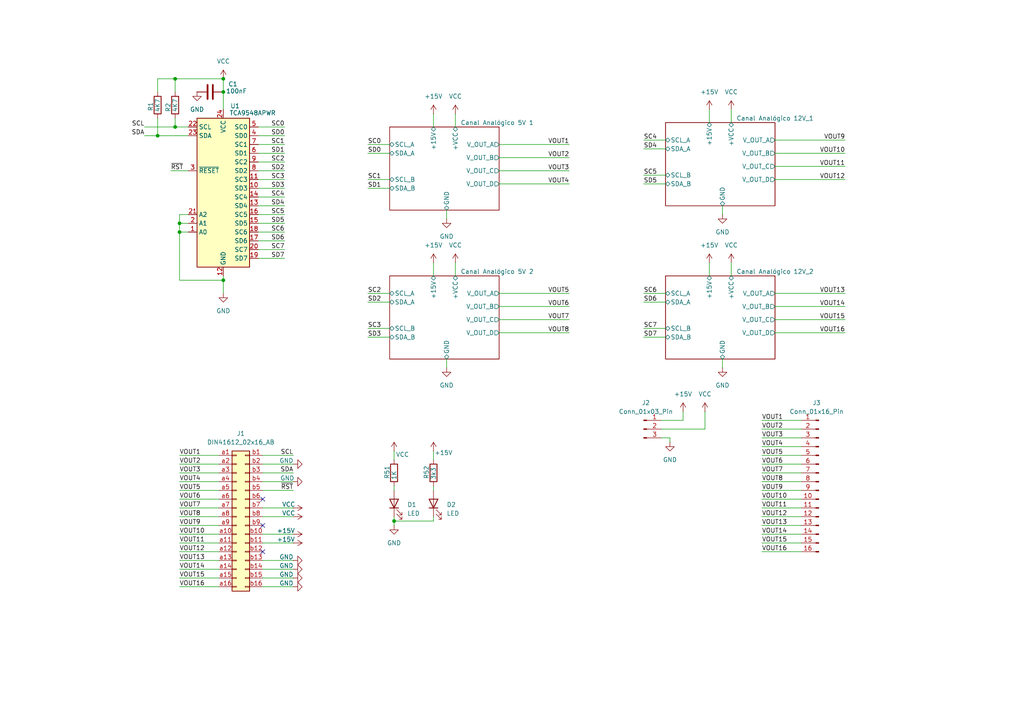
<source format=kicad_sch>
(kicad_sch (version 20250114) (generator "eeschema") (generator_version "9.0")
  (paper "A4")
  (lib_symbols
    (symbol "Connector:Conn_01x03_Pin" (pin_names (offset 1.016) (hide yes))
      (property "Reference" "J" (at 0 5.08 0))
      (property "Value" "Conn_01x03_Pin" (at 0 -5.08 0))
      (symbol "Conn_01x03_Pin_1_1"
        (rectangle (start 0.8636 2.667) (end 0 2.413) (stroke (width 0.1524)) (fill (type outline)))
        (rectangle (start 0.8636 0.127) (end 0 -0.127) (stroke (width 0.1524)) (fill (type outline)))
        (rectangle (start 0.8636 -2.413) (end 0 -2.667) (stroke (width 0.1524)) (fill (type outline)))
        (polyline (pts (xy 1.27 2.54) (xy 0.8636 2.54)) (stroke (width 0.1524)))
        (polyline (pts (xy 1.27 0) (xy 0.8636 0)) (stroke (width 0.1524)))
        (polyline (pts (xy 1.27 -2.54) (xy 0.8636 -2.54)) (stroke (width 0.1524)))
        (pin passive line (at 5.08 2.54 180) (length 3.81) (name "Pin_1") (number "1"))
        (pin passive line (at 5.08 0 180) (length 3.81) (name "Pin_2") (number "2"))
        (pin passive line (at 5.08 -2.54 180) (length 3.81) (name "Pin_3") (number "3"))
      )
    )
    (symbol "Connector:Conn_01x16_Pin" (pin_names (offset 1.016) (hide yes))
      (property "Reference" "J" (at 0 20.32 0))
      (property "Value" "Conn_01x16_Pin" (at 0 -22.86 0))
      (symbol "Conn_01x16_Pin_1_1"
        (rectangle (start 0.8636 17.907) (end 0 17.653) (stroke (width 0.1524)) (fill (type outline)))
        (rectangle (start 0.8636 15.367) (end 0 15.113) (stroke (width 0.1524)) (fill (type outline)))
        (rectangle (start 0.8636 12.827) (end 0 12.573) (stroke (width 0.1524)) (fill (type outline)))
        (rectangle (start 0.8636 10.287) (end 0 10.033) (stroke (width 0.1524)) (fill (type outline)))
        (rectangle (start 0.8636 7.747) (end 0 7.493) (stroke (width 0.1524)) (fill (type outline)))
        (rectangle (start 0.8636 5.207) (end 0 4.953) (stroke (width 0.1524)) (fill (type outline)))
        (rectangle (start 0.8636 2.667) (end 0 2.413) (stroke (width 0.1524)) (fill (type outline)))
        (rectangle (start 0.8636 0.127) (end 0 -0.127) (stroke (width 0.1524)) (fill (type outline)))
        (rectangle (start 0.8636 -2.413) (end 0 -2.667) (stroke (width 0.1524)) (fill (type outline)))
        (rectangle (start 0.8636 -4.953) (end 0 -5.207) (stroke (width 0.1524)) (fill (type outline)))
        (rectangle (start 0.8636 -7.493) (end 0 -7.747) (stroke (width 0.1524)) (fill (type outline)))
        (rectangle (start 0.8636 -10.033) (end 0 -10.287) (stroke (width 0.1524)) (fill (type outline)))
        (rectangle (start 0.8636 -12.573) (end 0 -12.827) (stroke (width 0.1524)) (fill (type outline)))
        (rectangle (start 0.8636 -15.113) (end 0 -15.367) (stroke (width 0.1524)) (fill (type outline)))
        (rectangle (start 0.8636 -17.653) (end 0 -17.907) (stroke (width 0.1524)) (fill (type outline)))
        (rectangle (start 0.8636 -20.193) (end 0 -20.447) (stroke (width 0.1524)) (fill (type outline)))
        (polyline (pts (xy 1.27 17.78) (xy 0.8636 17.78)) (stroke (width 0.1524)))
        (polyline (pts (xy 1.27 15.24) (xy 0.8636 15.24)) (stroke (width 0.1524)))
        (polyline (pts (xy 1.27 12.7) (xy 0.8636 12.7)) (stroke (width 0.1524)))
        (polyline (pts (xy 1.27 10.16) (xy 0.8636 10.16)) (stroke (width 0.1524)))
        (polyline (pts (xy 1.27 7.62) (xy 0.8636 7.62)) (stroke (width 0.1524)))
        (polyline (pts (xy 1.27 5.08) (xy 0.8636 5.08)) (stroke (width 0.1524)))
        (polyline (pts (xy 1.27 2.54) (xy 0.8636 2.54)) (stroke (width 0.1524)))
        (polyline (pts (xy 1.27 0) (xy 0.8636 0)) (stroke (width 0.1524)))
        (polyline (pts (xy 1.27 -2.54) (xy 0.8636 -2.54)) (stroke (width 0.1524)))
        (polyline (pts (xy 1.27 -5.08) (xy 0.8636 -5.08)) (stroke (width 0.1524)))
        (polyline (pts (xy 1.27 -7.62) (xy 0.8636 -7.62)) (stroke (width 0.1524)))
        (polyline (pts (xy 1.27 -10.16) (xy 0.8636 -10.16)) (stroke (width 0.1524)))
        (polyline (pts (xy 1.27 -12.7) (xy 0.8636 -12.7)) (stroke (width 0.1524)))
        (polyline (pts (xy 1.27 -15.24) (xy 0.8636 -15.24)) (stroke (width 0.1524)))
        (polyline (pts (xy 1.27 -17.78) (xy 0.8636 -17.78)) (stroke (width 0.1524)))
        (polyline (pts (xy 1.27 -20.32) (xy 0.8636 -20.32)) (stroke (width 0.1524)))
        (pin passive line (at 5.08 17.78 180) (length 3.81) (name "Pin_1") (number "1"))
        (pin passive line (at 5.08 15.24 180) (length 3.81) (name "Pin_2") (number "2"))
        (pin passive line (at 5.08 12.7 180) (length 3.81) (name "Pin_3") (number "3"))
        (pin passive line (at 5.08 10.16 180) (length 3.81) (name "Pin_4") (number "4"))
        (pin passive line (at 5.08 7.62 180) (length 3.81) (name "Pin_5") (number "5"))
        (pin passive line (at 5.08 5.08 180) (length 3.81) (name "Pin_6") (number "6"))
        (pin passive line (at 5.08 2.54 180) (length 3.81) (name "Pin_7") (number "7"))
        (pin passive line (at 5.08 0 180) (length 3.81) (name "Pin_8") (number "8"))
        (pin passive line (at 5.08 -2.54 180) (length 3.81) (name "Pin_9") (number "9"))
        (pin passive line (at 5.08 -5.08 180) (length 3.81) (name "Pin_10") (number "10"))
        (pin passive line (at 5.08 -7.62 180) (length 3.81) (name "Pin_11") (number "11"))
        (pin passive line (at 5.08 -10.16 180) (length 3.81) (name "Pin_12") (number "12"))
        (pin passive line (at 5.08 -12.7 180) (length 3.81) (name "Pin_13") (number "13"))
        (pin passive line (at 5.08 -15.24 180) (length 3.81) (name "Pin_14") (number "14"))
        (pin passive line (at 5.08 -17.78 180) (length 3.81) (name "Pin_15") (number "15"))
        (pin passive line (at 5.08 -20.32 180) (length 3.81) (name "Pin_16") (number "16"))
      )
    )
    (symbol "Connector:DIN41612_02x16_AB" (pin_names (offset 1.016) (hide yes))
      (property "Reference" "J" (at 1.27 20.32 0))
      (property "Value" "DIN41612_02x16_AB" (at 1.27 -22.86 0))
      (symbol "DIN41612_02x16_AB_1_1"
        (rectangle (start -1.27 19.05) (end 3.81 -21.59) (stroke (width 0.254)) (fill (type background)))
        (rectangle (start -1.27 17.907) (end 0 17.653) (stroke (width 0.1524)))
        (rectangle (start -1.27 15.367) (end 0 15.113) (stroke (width 0.1524)))
        (rectangle (start -1.27 12.827) (end 0 12.573) (stroke (width 0.1524)))
        (rectangle (start -1.27 10.287) (end 0 10.033) (stroke (width 0.1524)))
        (rectangle (start -1.27 7.747) (end 0 7.493) (stroke (width 0.1524)))
        (rectangle (start -1.27 5.207) (end 0 4.953) (stroke (width 0.1524)))
        (rectangle (start -1.27 2.667) (end 0 2.413) (stroke (width 0.1524)))
        (rectangle (start -1.27 0.127) (end 0 -0.127) (stroke (width 0.1524)))
        (rectangle (start -1.27 -2.413) (end 0 -2.667) (stroke (width 0.1524)))
        (rectangle (start -1.27 -4.953) (end 0 -5.207) (stroke (width 0.1524)))
        (rectangle (start -1.27 -7.493) (end 0 -7.747) (stroke (width 0.1524)))
        (rectangle (start -1.27 -10.033) (end 0 -10.287) (stroke (width 0.1524)))
        (rectangle (start -1.27 -12.573) (end 0 -12.827) (stroke (width 0.1524)))
        (rectangle (start -1.27 -15.113) (end 0 -15.367) (stroke (width 0.1524)))
        (rectangle (start -1.27 -17.653) (end 0 -17.907) (stroke (width 0.1524)))
        (rectangle (start -1.27 -20.193) (end 0 -20.447) (stroke (width 0.1524)))
        (rectangle (start 3.81 17.907) (end 2.54 17.653) (stroke (width 0.1524)))
        (rectangle (start 3.81 15.367) (end 2.54 15.113) (stroke (width 0.1524)))
        (rectangle (start 3.81 12.827) (end 2.54 12.573) (stroke (width 0.1524)))
        (rectangle (start 3.81 10.287) (end 2.54 10.033) (stroke (width 0.1524)))
        (rectangle (start 3.81 7.747) (end 2.54 7.493) (stroke (width 0.1524)))
        (rectangle (start 3.81 5.207) (end 2.54 4.953) (stroke (width 0.1524)))
        (rectangle (start 3.81 2.667) (end 2.54 2.413) (stroke (width 0.1524)))
        (rectangle (start 3.81 0.127) (end 2.54 -0.127) (stroke (width 0.1524)))
        (rectangle (start 3.81 -2.413) (end 2.54 -2.667) (stroke (width 0.1524)))
        (rectangle (start 3.81 -4.953) (end 2.54 -5.207) (stroke (width 0.1524)))
        (rectangle (start 3.81 -7.493) (end 2.54 -7.747) (stroke (width 0.1524)))
        (rectangle (start 3.81 -10.033) (end 2.54 -10.287) (stroke (width 0.1524)))
        (rectangle (start 3.81 -12.573) (end 2.54 -12.827) (stroke (width 0.1524)))
        (rectangle (start 3.81 -15.113) (end 2.54 -15.367) (stroke (width 0.1524)))
        (rectangle (start 3.81 -17.653) (end 2.54 -17.907) (stroke (width 0.1524)))
        (rectangle (start 3.81 -20.193) (end 2.54 -20.447) (stroke (width 0.1524)))
        (pin passive line (at -5.08 17.78 0) (length 3.81) (name "Pin_a1") (number "a1"))
        (pin passive line (at -5.08 15.24 0) (length 3.81) (name "Pin_a2") (number "a2"))
        (pin passive line (at -5.08 12.7 0) (length 3.81) (name "Pin_a3") (number "a3"))
        (pin passive line (at -5.08 10.16 0) (length 3.81) (name "Pin_a4") (number "a4"))
        (pin passive line (at -5.08 7.62 0) (length 3.81) (name "Pin_a5") (number "a5"))
        (pin passive line (at -5.08 5.08 0) (length 3.81) (name "Pin_a6") (number "a6"))
        (pin passive line (at -5.08 2.54 0) (length 3.81) (name "Pin_a7") (number "a7"))
        (pin passive line (at -5.08 0 0) (length 3.81) (name "Pin_a8") (number "a8"))
        (pin passive line (at -5.08 -2.54 0) (length 3.81) (name "Pin_a9") (number "a9"))
        (pin passive line (at -5.08 -5.08 0) (length 3.81) (name "Pin_a10") (number "a10"))
        (pin passive line (at -5.08 -7.62 0) (length 3.81) (name "Pin_a11") (number "a11"))
        (pin passive line (at -5.08 -10.16 0) (length 3.81) (name "Pin_a12") (number "a12"))
        (pin passive line (at -5.08 -12.7 0) (length 3.81) (name "Pin_a13") (number "a13"))
        (pin passive line (at -5.08 -15.24 0) (length 3.81) (name "Pin_a14") (number "a14"))
        (pin passive line (at -5.08 -17.78 0) (length 3.81) (name "Pin_a15") (number "a15"))
        (pin passive line (at -5.08 -20.32 0) (length 3.81) (name "Pin_a16") (number "a16"))
        (pin passive line (at 7.62 17.78 180) (length 3.81) (name "Pin_b1") (number "b1"))
        (pin passive line (at 7.62 15.24 180) (length 3.81) (name "Pin_b2") (number "b2"))
        (pin passive line (at 7.62 12.7 180) (length 3.81) (name "Pin_b3") (number "b3"))
        (pin passive line (at 7.62 10.16 180) (length 3.81) (name "Pin_b4") (number "b4"))
        (pin passive line (at 7.62 7.62 180) (length 3.81) (name "Pin_b5") (number "b5"))
        (pin passive line (at 7.62 5.08 180) (length 3.81) (name "Pin_b6") (number "b6"))
        (pin passive line (at 7.62 2.54 180) (length 3.81) (name "Pin_b7") (number "b7"))
        (pin passive line (at 7.62 0 180) (length 3.81) (name "Pin_b8") (number "b8"))
        (pin passive line (at 7.62 -2.54 180) (length 3.81) (name "Pin_b9") (number "b9"))
        (pin passive line (at 7.62 -5.08 180) (length 3.81) (name "Pin_b10") (number "b10"))
        (pin passive line (at 7.62 -7.62 180) (length 3.81) (name "Pin_b11") (number "b11"))
        (pin passive line (at 7.62 -10.16 180) (length 3.81) (name "Pin_b12") (number "b12"))
        (pin passive line (at 7.62 -12.7 180) (length 3.81) (name "Pin_b13") (number "b13"))
        (pin passive line (at 7.62 -15.24 180) (length 3.81) (name "Pin_b14") (number "b14"))
        (pin passive line (at 7.62 -17.78 180) (length 3.81) (name "Pin_b15") (number "b15"))
        (pin passive line (at 7.62 -20.32 180) (length 3.81) (name "Pin_b16") (number "b16"))
      )
    )
    (symbol "Device:C" (pin_numbers (hide yes)) (pin_names (offset 0.254))
      (property "Reference" "C" (at 0.635 2.54 0))
      (property "Value" "C" (at 0.635 -2.54 0))
      (symbol "C_0_1"
        (polyline (pts (xy -2.032 0.762) (xy 2.032 0.762)) (stroke (width 0.508)))
        (polyline (pts (xy -2.032 -0.762) (xy 2.032 -0.762)) (stroke (width 0.508)))
      )
      (symbol "C_1_1"
        (pin passive line (at 0 3.81 270) (length 2.794) (name "~") (number "1"))
        (pin passive line (at 0 -3.81 90) (length 2.794) (name "~") (number "2"))
      )
    )
    (symbol "Device:LED" (pin_numbers (hide yes)) (pin_names (offset 1.016) (hide yes))
      (property "Reference" "D" (at 0 2.54 0))
      (property "Value" "LED" (at 0 -2.54 0))
      (symbol "LED_0_1"
        (polyline (pts (xy -3.048 -0.762) (xy -4.572 -2.286) (xy -3.81 -2.286) (xy -4.572 -2.286) (xy -4.572 -1.524)))
        (polyline (pts (xy -1.778 -0.762) (xy -3.302 -2.286) (xy -2.54 -2.286) (xy -3.302 -2.286) (xy -3.302 -1.524)))
        (polyline (pts (xy -1.27 0) (xy 1.27 0)))
        (polyline (pts (xy -1.27 -1.27) (xy -1.27 1.27)) (stroke (width 0.254)))
        (polyline (pts (xy 1.27 -1.27) (xy 1.27 1.27) (xy -1.27 0) (xy 1.27 -1.27)) (stroke (width 0.254)))
      )
      (symbol "LED_1_1"
        (pin passive line (at -3.81 0 0) (length 2.54) (name "K") (number "1"))
        (pin passive line (at 3.81 0 180) (length 2.54) (name "A") (number "2"))
      )
    )
    (symbol "Device:R" (pin_numbers (hide yes)) (pin_names (offset 0))
      (property "Reference" "R" (at 2.032 0 90))
      (property "Value" "R" (at 0 0 90))
      (symbol "R_0_1"
        (rectangle (start -1.016 -2.54) (end 1.016 2.54) (stroke (width 0.254)))
      )
      (symbol "R_1_1"
        (pin passive line (at 0 3.81 270) (length 1.27) (name "~") (number "1"))
        (pin passive line (at 0 -3.81 90) (length 1.27) (name "~") (number "2"))
      )
    )
    (symbol "Interface_Expansion:TCA9548APWR"
      (property "Reference" "U" (at -7.62 21.59 0))
      (property "Value" "TCA9548APWR" (at 1.016 21.59 0))
      (symbol "TCA9548APWR_0_1"
        (rectangle (start -7.62 20.32) (end 7.62 -22.86) (stroke (width 0.254)) (fill (type background)))
      )
      (symbol "TCA9548APWR_1_1"
        (pin input line (at -10.16 17.78 0) (length 2.54) (name "SCL") (number "22"))
        (pin bidirectional line (at -10.16 15.24 0) (length 2.54) (name "SDA") (number "23"))
        (pin input line (at -10.16 5.08 0) (length 2.54) (name "~{RESET}") (number "3"))
        (pin input line (at -10.16 -7.62 0) (length 2.54) (name "A2") (number "21"))
        (pin input line (at -10.16 -10.16 0) (length 2.54) (name "A1") (number "2"))
        (pin input line (at -10.16 -12.7 0) (length 2.54) (name "A0") (number "1"))
        (pin power_in line (at 0 22.86 270) (length 2.54) (name "VCC") (number "24"))
        (pin power_in line (at 0 -25.4 90) (length 2.54) (name "GND") (number "12"))
        (pin output line (at 10.16 17.78 180) (length 2.54) (name "SC0") (number "5"))
        (pin bidirectional line (at 10.16 15.24 180) (length 2.54) (name "SD0") (number "4"))
        (pin output line (at 10.16 12.7 180) (length 2.54) (name "SC1") (number "7"))
        (pin bidirectional line (at 10.16 10.16 180) (length 2.54) (name "SD1") (number "6"))
        (pin output line (at 10.16 7.62 180) (length 2.54) (name "SC2") (number "9"))
        (pin bidirectional line (at 10.16 5.08 180) (length 2.54) (name "SD2") (number "8"))
        (pin output line (at 10.16 2.54 180) (length 2.54) (name "SC3") (number "11"))
        (pin bidirectional line (at 10.16 0 180) (length 2.54) (name "SD3") (number "10"))
        (pin output line (at 10.16 -2.54 180) (length 2.54) (name "SC4") (number "14"))
        (pin bidirectional line (at 10.16 -5.08 180) (length 2.54) (name "SD4") (number "13"))
        (pin output line (at 10.16 -7.62 180) (length 2.54) (name "SC5") (number "16"))
        (pin bidirectional line (at 10.16 -10.16 180) (length 2.54) (name "SD5") (number "15"))
        (pin output line (at 10.16 -12.7 180) (length 2.54) (name "SC6") (number "18"))
        (pin bidirectional line (at 10.16 -15.24 180) (length 2.54) (name "SD6") (number "17"))
        (pin output line (at 10.16 -17.78 180) (length 2.54) (name "SC7") (number "20"))
        (pin bidirectional line (at 10.16 -20.32 180) (length 2.54) (name "SD7") (number "19"))
      )
    )
    (symbol "power:+15V" (power) (pin_numbers (hide yes)) (pin_names (offset 0) (hide yes))
      (property "Value" "+15V" (at 0 3.556 0))
      (symbol "+15V_0_1"
        (polyline (pts (xy -0.762 1.27) (xy 0 2.54)))
        (polyline (pts (xy 0 2.54) (xy 0.762 1.27)))
        (polyline (pts (xy 0 0) (xy 0 2.54)))
      )
      (symbol "+15V_1_1"
        (pin power_in line (at 0 0 90) (length 0) (name "~") (number "1"))
      )
    )
    (symbol "power:GND" (power) (pin_numbers (hide yes)) (pin_names (offset 0) (hide yes))
      (property "Value" "GND" (at 0 -3.81 0))
      (symbol "GND_0_1"
        (polyline (pts (xy 0 0) (xy 0 -1.27) (xy 1.27 -1.27) (xy 0 -2.54) (xy -1.27 -1.27) (xy 0 -1.27)))
      )
      (symbol "GND_1_1"
        (pin power_in line (at 0 0 270) (length 0) (name "~") (number "1"))
      )
    )
    (symbol "power:VCC" (power) (pin_numbers (hide yes)) (pin_names (offset 0) (hide yes))
      (property "Value" "VCC" (at 0 3.556 0))
      (symbol "VCC_0_1"
        (polyline (pts (xy -0.762 1.27) (xy 0 2.54)))
        (polyline (pts (xy 0 2.54) (xy 0.762 1.27)))
        (polyline (pts (xy 0 0) (xy 0 2.54)))
      )
      (symbol "VCC_1_1"
        (pin power_in line (at 0 0 90) (length 0) (name "~") (number "1"))
      )
    )
  )
  (junction (at 50.8 36.83))
  (junction (at 50.8 22.86))
  (junction (at 52.07 64.77))
  (junction (at 45.72 39.37))
  (junction (at 114.3 151.13))
  (junction (at 52.07 67.31))
  (junction (at 64.77 26.67))
  (junction (at 64.77 81.28))
  (junction (at 64.77 22.86))
  (no_connect (at 76.2 144.78))
  (no_connect (at 76.2 152.4))
  (no_connect (at 76.2 160.02))
  (wire (pts (xy 209.55 104.14) (xy 209.55 106.68)))
  (wire (pts (xy 224.79 85.09) (xy 245.11 85.09)))
  (wire (pts (xy 224.79 88.9) (xy 245.11 88.9)))
  (wire (pts (xy 74.93 36.83) (xy 82.55 36.83)))
  (wire (pts (xy 74.93 57.15) (xy 82.55 57.15)))
  (wire (pts (xy 186.69 95.25) (xy 193.04 95.25)))
  (wire (pts (xy 52.07 64.77) (xy 54.61 64.77)))
  (wire (pts (xy 220.98 149.86) (xy 232.41 149.86)))
  (wire (pts (xy 191.77 127) (xy 194.31 127)))
  (wire (pts (xy 52.07 64.77) (xy 52.07 67.31)))
  (wire (pts (xy 41.91 39.37) (xy 45.72 39.37)))
  (wire (pts (xy 76.2 142.24) (xy 85.09 142.24)))
  (wire (pts (xy 50.8 22.86) (xy 50.8 26.67)))
  (wire (pts (xy 50.8 34.29) (xy 50.8 36.83)))
  (wire (pts (xy 220.98 157.48) (xy 232.41 157.48)))
  (wire (pts (xy 220.98 139.7) (xy 232.41 139.7)))
  (wire (pts (xy 64.77 22.86) (xy 64.77 26.67)))
  (wire (pts (xy 74.93 46.99) (xy 82.55 46.99)))
  (wire (pts (xy 132.08 76.2) (xy 132.08 80.01)))
  (wire (pts (xy 64.77 81.28) (xy 64.77 80.01)))
  (wire (pts (xy 114.3 142.24) (xy 114.3 140.97)))
  (wire (pts (xy 220.98 160.02) (xy 232.41 160.02)))
  (wire (pts (xy 76.2 147.32) (xy 85.09 147.32)))
  (wire (pts (xy 52.07 139.7) (xy 63.5 139.7)))
  (wire (pts (xy 125.73 130.81) (xy 125.73 133.35)))
  (wire (pts (xy 45.72 26.67) (xy 45.72 22.86)))
  (wire (pts (xy 45.72 22.86) (xy 50.8 22.86)))
  (wire (pts (xy 144.78 92.71) (xy 165.1 92.71)))
  (wire (pts (xy 74.93 72.39) (xy 82.55 72.39)))
  (wire (pts (xy 45.72 34.29) (xy 45.72 39.37)))
  (wire (pts (xy 205.74 31.75) (xy 205.74 35.56)))
  (wire (pts (xy 194.31 127) (xy 194.31 128.27)))
  (wire (pts (xy 186.69 50.8) (xy 193.04 50.8)))
  (wire (pts (xy 220.98 132.08) (xy 232.41 132.08)))
  (wire (pts (xy 144.78 85.09) (xy 165.1 85.09)))
  (wire (pts (xy 220.98 142.24) (xy 232.41 142.24)))
  (wire (pts (xy 129.54 104.14) (xy 129.54 106.68)))
  (wire (pts (xy 220.98 134.62) (xy 232.41 134.62)))
  (wire (pts (xy 76.2 154.94) (xy 85.09 154.94)))
  (wire (pts (xy 74.93 74.93) (xy 82.55 74.93)))
  (wire (pts (xy 106.68 85.09) (xy 113.03 85.09)))
  (wire (pts (xy 52.07 67.31) (xy 52.07 81.28)))
  (wire (pts (xy 76.2 132.08) (xy 85.09 132.08)))
  (wire (pts (xy 74.93 54.61) (xy 82.55 54.61)))
  (wire (pts (xy 132.08 33.02) (xy 132.08 36.83)))
  (wire (pts (xy 125.73 149.86) (xy 125.73 151.13)))
  (wire (pts (xy 106.68 44.45) (xy 113.03 44.45)))
  (wire (pts (xy 114.3 149.86) (xy 114.3 151.13)))
  (wire (pts (xy 52.07 167.64) (xy 63.5 167.64)))
  (wire (pts (xy 52.07 134.62) (xy 63.5 134.62)))
  (wire (pts (xy 106.68 87.63) (xy 113.03 87.63)))
  (wire (pts (xy 52.07 154.94) (xy 63.5 154.94)))
  (wire (pts (xy 76.2 157.48) (xy 85.09 157.48)))
  (wire (pts (xy 220.98 127) (xy 232.41 127)))
  (wire (pts (xy 144.78 88.9) (xy 165.1 88.9)))
  (wire (pts (xy 76.2 167.64) (xy 85.09 167.64)))
  (wire (pts (xy 52.07 152.4) (xy 63.5 152.4)))
  (wire (pts (xy 144.78 53.34) (xy 165.1 53.34)))
  (wire (pts (xy 186.69 85.09) (xy 193.04 85.09)))
  (wire (pts (xy 186.69 87.63) (xy 193.04 87.63)))
  (wire (pts (xy 52.07 170.18) (xy 63.5 170.18)))
  (wire (pts (xy 205.74 76.2) (xy 205.74 80.01)))
  (wire (pts (xy 186.69 97.79) (xy 193.04 97.79)))
  (wire (pts (xy 54.61 62.23) (xy 52.07 62.23)))
  (wire (pts (xy 224.79 52.07) (xy 245.11 52.07)))
  (wire (pts (xy 224.79 92.71) (xy 245.11 92.71)))
  (wire (pts (xy 45.72 39.37) (xy 54.61 39.37)))
  (wire (pts (xy 186.69 53.34) (xy 193.04 53.34)))
  (wire (pts (xy 52.07 147.32) (xy 63.5 147.32)))
  (wire (pts (xy 63.5 162.56) (xy 52.07 162.56)))
  (wire (pts (xy 76.2 162.56) (xy 85.09 162.56)))
  (wire (pts (xy 74.93 64.77) (xy 82.55 64.77)))
  (wire (pts (xy 76.2 134.62) (xy 85.09 134.62)))
  (wire (pts (xy 144.78 49.53) (xy 165.1 49.53)))
  (wire (pts (xy 74.93 44.45) (xy 82.55 44.45)))
  (wire (pts (xy 106.68 41.91) (xy 113.03 41.91)))
  (wire (pts (xy 52.07 142.24) (xy 63.5 142.24)))
  (wire (pts (xy 74.93 67.31) (xy 82.55 67.31)))
  (wire (pts (xy 76.2 137.16) (xy 85.09 137.16)))
  (wire (pts (xy 224.79 44.45) (xy 245.11 44.45)))
  (wire (pts (xy 212.09 31.75) (xy 212.09 35.56)))
  (wire (pts (xy 76.2 149.86) (xy 85.09 149.86)))
  (wire (pts (xy 220.98 129.54) (xy 232.41 129.54)))
  (wire (pts (xy 50.8 36.83) (xy 54.61 36.83)))
  (wire (pts (xy 52.07 165.1) (xy 63.5 165.1)))
  (wire (pts (xy 74.93 52.07) (xy 82.55 52.07)))
  (wire (pts (xy 232.41 152.4) (xy 220.98 152.4)))
  (wire (pts (xy 74.93 59.69) (xy 82.55 59.69)))
  (wire (pts (xy 52.07 81.28) (xy 64.77 81.28)))
  (wire (pts (xy 74.93 69.85) (xy 82.55 69.85)))
  (wire (pts (xy 64.77 85.09) (xy 64.77 81.28)))
  (wire (pts (xy 125.73 142.24) (xy 125.73 140.97)))
  (wire (pts (xy 52.07 132.08) (xy 63.5 132.08)))
  (wire (pts (xy 204.47 124.46) (xy 204.47 119.38)))
  (wire (pts (xy 76.2 139.7) (xy 85.09 139.7)))
  (wire (pts (xy 191.77 121.92) (xy 198.12 121.92)))
  (wire (pts (xy 220.98 124.46) (xy 232.41 124.46)))
  (wire (pts (xy 114.3 151.13) (xy 114.3 152.4)))
  (wire (pts (xy 186.69 40.64) (xy 193.04 40.64)))
  (wire (pts (xy 74.93 41.91) (xy 82.55 41.91)))
  (wire (pts (xy 52.07 144.78) (xy 63.5 144.78)))
  (wire (pts (xy 125.73 76.2) (xy 125.73 80.01)))
  (wire (pts (xy 41.91 36.83) (xy 50.8 36.83)))
  (wire (pts (xy 52.07 160.02) (xy 63.5 160.02)))
  (wire (pts (xy 114.3 130.81) (xy 114.3 133.35)))
  (wire (pts (xy 76.2 170.18) (xy 85.09 170.18)))
  (wire (pts (xy 220.98 154.94) (xy 232.41 154.94)))
  (wire (pts (xy 129.54 60.96) (xy 129.54 63.5)))
  (wire (pts (xy 224.79 48.26) (xy 245.11 48.26)))
  (wire (pts (xy 144.78 45.72) (xy 165.1 45.72)))
  (wire (pts (xy 186.69 43.18) (xy 193.04 43.18)))
  (wire (pts (xy 125.73 33.02) (xy 125.73 36.83)))
  (wire (pts (xy 114.3 151.13) (xy 125.73 151.13)))
  (wire (pts (xy 220.98 121.92) (xy 232.41 121.92)))
  (wire (pts (xy 50.8 22.86) (xy 64.77 22.86)))
  (wire (pts (xy 220.98 137.16) (xy 232.41 137.16)))
  (wire (pts (xy 224.79 40.64) (xy 245.11 40.64)))
  (wire (pts (xy 220.98 147.32) (xy 232.41 147.32)))
  (wire (pts (xy 76.2 165.1) (xy 85.09 165.1)))
  (wire (pts (xy 106.68 95.25) (xy 113.03 95.25)))
  (wire (pts (xy 220.98 144.78) (xy 232.41 144.78)))
  (wire (pts (xy 64.77 26.67) (xy 64.77 31.75)))
  (wire (pts (xy 224.79 96.52) (xy 245.11 96.52)))
  (wire (pts (xy 106.68 52.07) (xy 113.03 52.07)))
  (wire (pts (xy 106.68 97.79) (xy 113.03 97.79)))
  (wire (pts (xy 52.07 137.16) (xy 63.5 137.16)))
  (wire (pts (xy 198.12 121.92) (xy 198.12 119.38)))
  (wire (pts (xy 52.07 149.86) (xy 63.5 149.86)))
  (wire (pts (xy 74.93 49.53) (xy 82.55 49.53)))
  (wire (pts (xy 52.07 157.48) (xy 63.5 157.48)))
  (wire (pts (xy 49.53 49.53) (xy 54.61 49.53)))
  (wire (pts (xy 191.77 124.46) (xy 204.47 124.46)))
  (wire (pts (xy 209.55 59.69) (xy 209.55 62.23)))
  (wire (pts (xy 106.68 54.61) (xy 113.03 54.61)))
  (wire (pts (xy 74.93 62.23) (xy 82.55 62.23)))
  (wire (pts (xy 144.78 96.52) (xy 165.1 96.52)))
  (wire (pts (xy 52.07 67.31) (xy 54.61 67.31)))
  (wire (pts (xy 52.07 62.23) (xy 52.07 64.77)))
  (wire (pts (xy 144.78 41.91) (xy 165.1 41.91)))
  (wire (pts (xy 74.93 39.37) (xy 82.55 39.37)))
  (wire (pts (xy 212.09 76.2) (xy 212.09 80.01)))
  (label "VOUT16" (at 52.07 170.18 0))
  (label "VOUT14" (at 52.07 165.1 0))
  (label "VOUT9" (at 52.07 152.4 0))
  (label "VOUT7" (at 52.07 147.32 0))
  (label "VOUT1" (at 165.1 41.91 180))
  (label "VOUT2" (at 165.1 45.72 180))
  (label "VOUT3" (at 165.1 49.53 180))
  (label "VOUT4" (at 165.1 53.34 180))
  (label "VOUT8" (at 165.1 96.52 180))
  (label "VOUT7" (at 165.1 92.71 180))
  (label "VOUT5" (at 165.1 85.09 180))
  (label "VOUT6" (at 165.1 88.9 180))
  (label "VOUT11" (at 52.07 157.48 0))
  (label "VOUT14" (at 220.98 154.94 0))
  (label "SDA" (at 41.91 39.37 180))
  (label "SCL" (at 41.91 36.83 180))
  (label "VOUT10" (at 52.07 154.94 0))
  (label "VOUT6" (at 52.07 144.78 0))
  (label "SC2" (at 106.68 85.09 0))
  (label "VOUT8" (at 220.98 139.7 0))
  (label "VOUT12" (at 52.07 160.02 0))
  (label "VOUT1" (at 220.98 121.92 0))
  (label "VOUT16" (at 220.98 160.02 0))
  (label "VOUT12" (at 220.98 149.86 0))
  (label "VOUT5" (at 52.07 142.24 0))
  (label "VOUT12" (at 245.11 52.07 180))
  (label "SD3" (at 106.68 97.79 0))
  (label "VOUT9" (at 220.98 142.24 0))
  (label "VOUT13" (at 52.07 162.56 0))
  (label "SC4" (at 186.69 40.64 0))
  (label "SC2" (at 82.55 46.99 180))
  (label "SD6" (at 82.55 69.85 180))
  (label "SC7" (at 82.55 72.39 180))
  (label "SD2" (at 82.55 49.53 180))
  (label "SC3" (at 82.55 52.07 180))
  (label "SD3" (at 82.55 54.61 180))
  (label "SC5" (at 82.55 62.23 180))
  (label "SD5" (at 82.55 64.77 180))
  (label "SC6" (at 82.55 67.31 180))
  (label "SD7" (at 82.55 74.93 180))
  (label "SC4" (at 82.55 57.15 180))
  (label "SD4" (at 82.55 59.69 180))
  (label "SD7" (at 186.69 97.79 0))
  (label "VOUT9" (at 245.11 40.64 180))
  (label "VOUT1" (at 52.07 132.08 0))
  (label "SC3" (at 106.68 95.25 0))
  (label "VOUT4" (at 220.98 129.54 0))
  (label "VOUT15" (at 52.07 167.64 0))
  (label "SD6" (at 186.69 87.63 0))
  (label "~{RST}" (at 85.09 142.24 180))
  (label "VOUT13" (at 220.98 152.4 0))
  (label "VOUT8" (at 52.07 149.86 0))
  (label "VOUT2" (at 52.07 134.62 0))
  (label "VOUT15" (at 220.98 157.48 0))
  (label "VOUT11" (at 245.11 48.26 180))
  (label "SC6" (at 186.69 85.09 0))
  (label "VOUT4" (at 52.07 139.7 0))
  (label "VOUT15" (at 245.11 92.71 180))
  (label "VOUT11" (at 220.98 147.32 0))
  (label "VOUT13" (at 245.11 85.09 180))
  (label "VOUT2" (at 220.98 124.46 0))
  (label "SD5" (at 186.69 53.34 0))
  (label "VOUT6" (at 220.98 134.62 0))
  (label "SC7" (at 186.69 95.25 0))
  (label "VOUT10" (at 220.98 144.78 0))
  (label "SC5" (at 186.69 50.8 0))
  (label "SD2" (at 106.68 87.63 0))
  (label "SD4" (at 186.69 43.18 0))
  (label "VOUT3" (at 52.07 137.16 0))
  (label "~{RST}" (at 49.53 49.53 0))
  (label "SCL" (at 85.09 132.08 180))
  (label "VOUT5" (at 220.98 132.08 0))
  (label "VOUT7" (at 220.98 137.16 0))
  (label "SDA" (at 85.09 137.16 180))
  (label "VOUT3" (at 220.98 127 0))
  (label "VOUT14" (at 245.11 88.9 180))
  (label "SD1" (at 82.55 44.45 180))
  (label "SC0" (at 82.55 36.83 180))
  (label "SD0" (at 82.55 39.37 180))
  (label "SC1" (at 82.55 41.91 180))
  (label "SC1" (at 106.68 52.07 0))
  (label "SD1" (at 106.68 54.61 0))
  (label "SC0" (at 106.68 41.91 0))
  (label "SD0" (at 106.68 44.45 0))
  (label "VOUT16" (at 245.11 96.52 180))
  (label "VOUT10" (at 245.11 44.45 180))
  (symbol (lib_id "power:GND") (at 114.3 152.4 0) (unit 1)
    (property "Reference" "#PWR0138" (effects (hide yes)))
    (property "Value" "GND" (at 114.3 157.48 0))
    (property "Description" "Power symbol creates a global label with name \"GND\" , ground" (effects (hide yes)))
  )
  (symbol (lib_id "Device:LED") (at 125.73 146.05 90) (unit 1)
    (property "Reference" "D2" (at 129.54 146.3674 90) (effects (justify right)))
    (property "Value" "LED" (at 129.54 148.9074 90) (effects (justify right)))
    (property "Footprint" "LED_SMD:LED_Avago_PLCC4_3.2x2.8mm_CW" (effects (hide yes)))
    (property "Description" "Light emitting diode" (effects (hide yes)))
    (property "Sim.Pins" "1=K 2=A" (effects (hide yes)))
  )
  (symbol (lib_id "power:GND") (at 85.09 162.56 90) (unit 1)
    (property "Reference" "#PWR0134" (effects (hide yes)))
    (property "Value" "GND" (at 81.026 161.544 90) (effects (justify right)))
    (property "Description" "Power symbol creates a global label with name \"GND\" , ground" (effects (hide yes)))
  )
  (symbol (lib_id "power:GND") (at 85.09 170.18 90) (unit 1)
    (property "Reference" "#PWR0137" (effects (hide yes)))
    (property "Value" "GND" (at 81.026 169.164 90) (effects (justify right)))
    (property "Description" "Power symbol creates a global label with name \"GND\" , ground" (effects (hide yes)))
  )
  (symbol (lib_id "power:+15V") (at 125.73 130.81 0) (unit 1)
    (property "Reference" "#PWR0139" (effects (hide yes)))
    (property "Value" "+15V" (at 125.984 131.318 0) (effects (justify left)))
    (property "Description" "Power symbol creates a global label with name \"+15V\"" (effects (hide yes)))
  )
  (symbol (lib_id "Device:R") (at 45.72 30.48 0) (unit 1)
    (property "Reference" "R1" (at 43.688 32.258 90) (effects (justify left)))
    (property "Value" "4K7" (at 45.72 32.512 90) (effects (justify left)))
    (property "Footprint" "Resistor_SMD:R_0805_2012Metric" (effects (hide yes)))
    (property "Description" "Resistor" (effects (hide yes)))
  )
  (symbol (lib_id "power:GND") (at 85.09 134.62 90) (unit 1)
    (property "Reference" "#PWR0128" (effects (hide yes)))
    (property "Value" "GND" (at 81.026 133.604 90) (effects (justify right)))
    (property "Description" "Power symbol creates a global label with name \"GND\" , ground" (effects (hide yes)))
  )
  (symbol (lib_id "power:VCC") (at 85.09 147.32 270) (unit 1)
    (property "Reference" "#PWR0130" (effects (hide yes)))
    (property "Value" "VCC" (at 81.788 146.304 90) (effects (justify left)))
    (property "Description" "Power symbol creates a global label with name \"VCC\"" (effects (hide yes)))
  )
  (symbol (lib_id "Device:R") (at 50.8 30.48 0) (unit 1)
    (property "Reference" "R2" (at 48.768 32.512 90) (effects (justify left)))
    (property "Value" "4K7" (at 50.8 32.512 90) (effects (justify left)))
    (property "Footprint" "Resistor_SMD:R_0805_2012Metric" (effects (hide yes)))
    (property "Description" "Resistor" (effects (hide yes)))
  )
  (symbol (lib_id "power:GND") (at 57.15 26.67 0) (unit 1)
    (property "Reference" "#PWR01" (effects (hide yes)))
    (property "Value" "GND" (at 57.15 31.75 0))
    (property "Description" "Power symbol creates a global label with name \"GND\" , ground" (effects (hide yes)))
  )
  (symbol (lib_id "power:+15V") (at 205.74 76.2 0) (unit 1)
    (property "Reference" "#PWR011" (effects (hide yes)))
    (property "Value" "+15V" (at 205.74 71.12 0))
    (property "Description" "Power symbol creates a global label with name \"+15V\"" (effects (hide yes)))
  )
  (symbol (lib_id "power:+15V") (at 205.74 31.75 0) (unit 1)
    (property "Reference" "#PWR010" (effects (hide yes)))
    (property "Value" "+15V" (at 205.74 26.67 0))
    (property "Description" "Power symbol creates a global label with name \"+15V\"" (effects (hide yes)))
  )
  (symbol (lib_id "power:VCC") (at 132.08 76.2 0) (unit 1)
    (property "Reference" "#PWR09" (effects (hide yes)))
    (property "Value" "VCC" (at 132.08 71.12 0))
    (property "Description" "Power symbol creates a global label with name \"VCC\"" (effects (hide yes)))
  )
  (symbol (lib_id "Connector:DIN41612_02x16_AB") (at 68.58 149.86 0) (unit 1)
    (property "Reference" "J1" (at 69.85 125.73 0))
    (property "Value" "DIN41612_02x16_AB" (at 69.85 128.27 0))
    (property "Footprint" "Connector_DIN:DIN41612_B2_2x16_Female_Vertical_THT" (effects (hide yes)))
    (property "Description" "DIN41612 connector, double row (AB), 02x16, script generated (kicad-library-utils/schlib/autogen/connector/)" (effects (hide yes)))
  )
  (symbol (lib_id "power:+15V") (at 125.73 76.2 0) (unit 1)
    (property "Reference" "#PWR05" (effects (hide yes)))
    (property "Value" "+15V" (at 125.73 71.12 0))
    (property "Description" "Power symbol creates a global label with name \"+15V\"" (effects (hide yes)))
  )
  (symbol (lib_id "power:VCC") (at 204.47 119.38 0) (unit 1)
    (property "Reference" "#PWR0143" (effects (hide yes)))
    (property "Value" "VCC" (at 204.47 114.3 0))
    (property "Description" "Power symbol creates a global label with name \"VCC\"" (effects (hide yes)))
  )
  (symbol (lib_id "power:GND") (at 129.54 106.68 0) (unit 1)
    (property "Reference" "#PWR07" (effects (hide yes)))
    (property "Value" "GND" (at 129.54 111.76 0))
    (property "Description" "Power symbol creates a global label with name \"GND\" , ground" (effects (hide yes)))
  )
  (symbol (lib_id "power:GND") (at 85.09 139.7 90) (unit 1)
    (property "Reference" "#PWR0129" (effects (hide yes)))
    (property "Value" "GND" (at 81.28 138.684 90) (effects (justify right)))
    (property "Description" "Power symbol creates a global label with name \"GND\" , ground" (effects (hide yes)))
  )
  (symbol (lib_id "Device:C") (at 60.96 26.67 90) (unit 1)
    (property "Reference" "C1" (at 67.564 24.384 90))
    (property "Value" "100nF" (at 68.58 26.416 90))
    (property "Footprint" "Capacitor_SMD:C_0805_2012Metric" (effects (hide yes)))
    (property "Description" "Unpolarized capacitor" (effects (hide yes)))
  )
  (symbol (lib_id "power:VCC") (at 212.09 31.75 0) (unit 1)
    (property "Reference" "#PWR014" (effects (hide yes)))
    (property "Value" "VCC" (at 212.09 26.67 0))
    (property "Description" "Power symbol creates a global label with name \"VCC\"" (effects (hide yes)))
  )
  (symbol (lib_id "power:VCC") (at 114.3 130.81 0) (unit 1)
    (property "Reference" "#PWR0140" (effects (hide yes)))
    (property "Value" "VCC" (at 114.808 131.826 0) (effects (justify left)))
    (property "Description" "Power symbol creates a global label with name \"VCC\"" (effects (hide yes)))
  )
  (symbol (lib_id "power:GND") (at 64.77 85.09 0) (unit 1)
    (property "Reference" "#PWR03" (effects (hide yes)))
    (property "Value" "GND" (at 64.77 90.17 0))
    (property "Description" "Power symbol creates a global label with name \"GND\" , ground" (effects (hide yes)))
  )
  (symbol (lib_id "Device:LED") (at 114.3 146.05 90) (unit 1)
    (property "Reference" "D1" (at 118.11 146.3674 90) (effects (justify right)))
    (property "Value" "LED" (at 118.11 148.9074 90) (effects (justify right)))
    (property "Footprint" "LED_SMD:LED_Avago_PLCC4_3.2x2.8mm_CW" (effects (hide yes)))
    (property "Description" "Light emitting diode" (effects (hide yes)))
    (property "Sim.Pins" "1=K 2=A" (effects (hide yes)))
  )
  (symbol (lib_id "Connector:Conn_01x03_Pin") (at 186.69 124.46 0) (unit 1)
    (property "Reference" "J2" (at 187.325 116.84 0))
    (property "Value" "Conn_01x03_Pin" (at 187.325 119.38 0))
    (property "Footprint" "Connector:FanPinHeader_1x03_P2.54mm_Vertical" (effects (hide yes)))
    (property "Description" "Generic connector, single row, 01x03, script generated" (effects (hide yes)))
  )
  (symbol (lib_id "power:+15V") (at 85.09 157.48 270) (unit 1)
    (property "Reference" "#PWR0133" (effects (hide yes)))
    (property "Value" "+15V" (at 80.264 156.464 90) (effects (justify left)))
    (property "Description" "Power symbol creates a global label with name \"+15V\"" (effects (hide yes)))
  )
  (symbol (lib_id "power:VCC") (at 64.77 22.86 0) (unit 1)
    (property "Reference" "#PWR02" (effects (hide yes)))
    (property "Value" "VCC" (at 64.77 17.78 0))
    (property "Description" "Power symbol creates a global label with name \"VCC\"" (effects (hide yes)))
  )
  (symbol (lib_id "power:GND") (at 209.55 62.23 0) (unit 1)
    (property "Reference" "#PWR012" (effects (hide yes)))
    (property "Value" "GND" (at 209.55 67.31 0))
    (property "Description" "Power symbol creates a global label with name \"GND\" , ground" (effects (hide yes)))
  )
  (symbol (lib_id "power:VCC") (at 212.09 76.2 0) (unit 1)
    (property "Reference" "#PWR015" (effects (hide yes)))
    (property "Value" "VCC" (at 212.09 71.12 0))
    (property "Description" "Power symbol creates a global label with name \"VCC\"" (effects (hide yes)))
  )
  (symbol (lib_id "power:+15V") (at 85.09 154.94 270) (unit 1)
    (property "Reference" "#PWR0132" (effects (hide yes)))
    (property "Value" "+15V" (at 80.264 153.924 90) (effects (justify left)))
    (property "Description" "Power symbol creates a global label with name \"+15V\"" (effects (hide yes)))
  )
  (symbol (lib_id "power:+15V") (at 198.12 119.38 0) (unit 1)
    (property "Reference" "#PWR0142" (effects (hide yes)))
    (property "Value" "+15V" (at 198.12 114.3 0))
    (property "Description" "Power symbol creates a global label with name \"+15V\"" (effects (hide yes)))
  )
  (symbol (lib_id "Device:R") (at 114.3 137.16 0) (unit 1)
    (property "Reference" "R51" (at 112.268 138.938 90) (effects (justify left)))
    (property "Value" "1K" (at 114.3 139.192 90) (effects (justify left)))
    (property "Footprint" "Resistor_SMD:R_0805_2012Metric" (effects (hide yes)))
    (property "Description" "Resistor" (effects (hide yes)))
  )
  (symbol (lib_id "power:+15V") (at 125.73 33.02 0) (unit 1)
    (property "Reference" "#PWR04" (effects (hide yes)))
    (property "Value" "+15V" (at 125.73 27.94 0))
    (property "Description" "Power symbol creates a global label with name \"+15V\"" (effects (hide yes)))
  )
  (symbol (lib_id "power:VCC") (at 85.09 149.86 270) (unit 1)
    (property "Reference" "#PWR0131" (effects (hide yes)))
    (property "Value" "VCC" (at 81.788 148.844 90) (effects (justify left)))
    (property "Description" "Power symbol creates a global label with name \"VCC\"" (effects (hide yes)))
  )
  (symbol (lib_id "Connector:Conn_01x16_Pin") (at 237.49 139.7 0) (mirror y) (unit 1)
    (property "Reference" "J3" (at 236.855 116.84 0))
    (property "Value" "Conn_01x16_Pin" (at 236.855 119.38 0))
    (property "Footprint" "Connector_PinHeader_1.00mm:PinHeader_1x16_P1.00mm_Vertical" (effects (hide yes)))
    (property "Description" "Generic connector, single row, 01x16, script generated" (effects (hide yes)))
  )
  (symbol (lib_id "power:GND") (at 129.54 63.5 0) (unit 1)
    (property "Reference" "#PWR06" (effects (hide yes)))
    (property "Value" "GND" (at 129.54 68.58 0))
    (property "Description" "Power symbol creates a global label with name \"GND\" , ground" (effects (hide yes)))
  )
  (symbol (lib_id "power:VCC") (at 132.08 33.02 0) (unit 1)
    (property "Reference" "#PWR08" (effects (hide yes)))
    (property "Value" "VCC" (at 132.08 27.94 0))
    (property "Description" "Power symbol creates a global label with name \"VCC\"" (effects (hide yes)))
  )
  (symbol (lib_id "power:GND") (at 194.31 128.27 0) (unit 1)
    (property "Reference" "#PWR0141" (effects (hide yes)))
    (property "Value" "GND" (at 194.31 133.35 0))
    (property "Description" "Power symbol creates a global label with name \"GND\" , ground" (effects (hide yes)))
  )
  (symbol (lib_id "power:GND") (at 85.09 167.64 90) (unit 1)
    (property "Reference" "#PWR0136" (effects (hide yes)))
    (property "Value" "GND" (at 81.026 166.624 90) (effects (justify right)))
    (property "Description" "Power symbol creates a global label with name \"GND\" , ground" (effects (hide yes)))
  )
  (symbol (lib_id "power:GND") (at 209.55 106.68 0) (unit 1)
    (property "Reference" "#PWR013" (effects (hide yes)))
    (property "Value" "GND" (at 209.55 111.76 0))
    (property "Description" "Power symbol creates a global label with name \"GND\" , ground" (effects (hide yes)))
  )
  (symbol (lib_id "power:GND") (at 85.09 165.1 90) (unit 1)
    (property "Reference" "#PWR0135" (effects (hide yes)))
    (property "Value" "GND" (at 81.026 164.084 90) (effects (justify right)))
    (property "Description" "Power symbol creates a global label with name \"GND\" , ground" (effects (hide yes)))
  )
  (symbol (lib_id "Interface_Expansion:TCA9548APWR") (at 64.77 54.61 0) (unit 1)
    (property "Reference" "U1" (at 66.802 30.734 0) (effects (justify left)))
    (property "Value" "TCA9548APWR" (at 66.548 32.766 0) (effects (justify left)))
    (property "Footprint" "Package_SO:TSSOP-24_4.4x7.8mm_P0.65mm" (effects (hide yes)))
    (property "Datasheet" "http://www.ti.com/lit/ds/symlink/tca9548a.pdf" (effects (hide yes)))
    (property "Description" "Low voltage 8-channel I2C switch with reset, TSSOP-24" (effects (hide yes)))
  )
  (symbol (lib_id "Device:R") (at 125.73 137.16 0) (unit 1)
    (property "Reference" "R52" (at 123.698 138.938 90) (effects (justify left)))
    (property "Value" "3k3" (at 125.73 139.192 90) (effects (justify left)))
    (property "Footprint" "Resistor_SMD:R_0805_2012Metric" (effects (hide yes)))
    (property "Description" "Resistor" (effects (hide yes)))
  )
  (sheet (at 113.03 80.01) (size 31.75 24.13) (stroke (width 0.1524))
    (property "Sheetname" "Canal Analógico 5V 2" (at 133.604 79.502 0) (effects (justify left bottom)))
    (property "Sheetfile" "Canal_Analogico.kicad_sch" (effects (hide yes)))
    (pin "+VCC" bidirectional (at 132.08 80.01 90))
    (pin "GND" bidirectional (at 129.54 104.14 270))
    (pin "+15V" bidirectional (at 125.73 80.01 90))
    (pin "V_OUT_A" output (at 144.78 85.09 0))
    (pin "V_OUT_B" output (at 144.78 88.9 0))
    (pin "V_OUT_C" output (at 144.78 92.71 0))
    (pin "V_OUT_D" output (at 144.78 96.52 0))
    (pin "SDA_B" bidirectional (at 113.03 97.79 180))
    (pin "SCL_A" bidirectional (at 113.03 85.09 180))
    (pin "SDA_A" bidirectional (at 113.03 87.63 180))
    (pin "SCL_B" bidirectional (at 113.03 95.25 180))
  )
  (sheet (at 193.04 35.56) (size 31.75 24.13) (stroke (width 0.1524))
    (property "Sheetname" "Canal Analógico 12V_1" (at 213.614 35.052 0) (effects (justify left bottom)))
    (property "Sheetfile" "Canal_Analogico12V.kicad_sch" (effects (hide yes)))
    (pin "+VCC" bidirectional (at 212.09 35.56 90))
    (pin "GND" bidirectional (at 209.55 59.69 270))
    (pin "+15V" bidirectional (at 205.74 35.56 90))
    (pin "V_OUT_A" output (at 224.79 40.64 0))
    (pin "V_OUT_B" output (at 224.79 44.45 0))
    (pin "V_OUT_C" output (at 224.79 48.26 0))
    (pin "V_OUT_D" output (at 224.79 52.07 0))
    (pin "SDA_B" bidirectional (at 193.04 53.34 180))
    (pin "SCL_A" bidirectional (at 193.04 40.64 180))
    (pin "SDA_A" bidirectional (at 193.04 43.18 180))
    (pin "SCL_B" bidirectional (at 193.04 50.8 180))
  )
  (sheet (at 193.04 80.01) (size 31.75 24.13) (stroke (width 0.1524))
    (property "Sheetname" "Canal Analógico 12V_2" (at 213.614 79.502 0) (effects (justify left bottom)))
    (property "Sheetfile" "Canal_Analogico12V.kicad_sch" (effects (hide yes)))
    (pin "+VCC" bidirectional (at 212.09 80.01 90))
    (pin "GND" bidirectional (at 209.55 104.14 270))
    (pin "+15V" bidirectional (at 205.74 80.01 90))
    (pin "V_OUT_A" output (at 224.79 85.09 0))
    (pin "V_OUT_B" output (at 224.79 88.9 0))
    (pin "V_OUT_C" output (at 224.79 92.71 0))
    (pin "V_OUT_D" output (at 224.79 96.52 0))
    (pin "SDA_B" bidirectional (at 193.04 97.79 180))
    (pin "SCL_A" bidirectional (at 193.04 85.09 180))
    (pin "SDA_A" bidirectional (at 193.04 87.63 180))
    (pin "SCL_B" bidirectional (at 193.04 95.25 180))
  )
  (sheet (at 113.03 36.83) (size 31.75 24.13) (stroke (width 0.1524))
    (property "Sheetname" "Canal Analógico 5V 1" (at 133.604 36.322 0) (effects (justify left bottom)))
    (property "Sheetfile" "Canal_Analogico.kicad_sch" (effects (hide yes)))
    (pin "+VCC" bidirectional (at 132.08 36.83 90))
    (pin "GND" bidirectional (at 129.54 60.96 270))
    (pin "+15V" bidirectional (at 125.73 36.83 90))
    (pin "V_OUT_A" output (at 144.78 41.91 0))
    (pin "V_OUT_B" output (at 144.78 45.72 0))
    (pin "V_OUT_C" output (at 144.78 49.53 0))
    (pin "V_OUT_D" output (at 144.78 53.34 0))
    (pin "SDA_B" bidirectional (at 113.03 54.61 180))
    (pin "SCL_A" bidirectional (at 113.03 41.91 180))
    (pin "SDA_A" bidirectional (at 113.03 44.45 180))
    (pin "SCL_B" bidirectional (at 113.03 52.07 180))
  )
)
</source>
